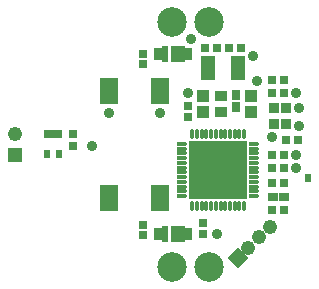
<source format=gts>
G04 Layer_Color=8388736*
%FSLAX25Y25*%
%MOIN*%
G70*
G01*
G75*
%ADD46R,0.03556X0.03753*%
%ADD47R,0.02769X0.03359*%
%ADD48R,0.03950X0.03753*%
%ADD49R,0.03359X0.02769*%
%ADD50R,0.02769X0.03162*%
%ADD51R,0.04343X0.03950*%
%ADD52R,0.03162X0.02769*%
%ADD53O,0.03359X0.01587*%
%ADD54O,0.01587X0.03359*%
%ADD55R,0.19304X0.19304*%
%ADD56R,0.04737X0.07887*%
%ADD57R,0.02965X0.03162*%
%ADD58R,0.05918X0.09068*%
%ADD59R,0.03359X0.03950*%
%ADD60R,0.04816X0.05288*%
%ADD61R,0.01981X0.05288*%
%ADD62R,0.02375X0.02926*%
%ADD63R,0.02276X0.02769*%
%ADD64C,0.09855*%
%ADD65C,0.04761*%
G04:AMPARAMS|DCode=66|XSize=47.59mil|YSize=47.61mil|CornerRadius=0mil|HoleSize=0mil|Usage=FLASHONLY|Rotation=45.000|XOffset=0mil|YOffset=0mil|HoleType=Round|Shape=Rectangle|*
%AMROTATEDRECTD66*
4,1,4,0.00001,-0.03366,-0.03366,0.00001,-0.00001,0.03366,0.03366,-0.00001,0.00001,-0.03366,0.0*
%
%ADD66ROTATEDRECTD66*%

%ADD67R,0.04761X0.04759*%
%ADD68C,0.03500*%
D46*
X31468Y6842D02*
D03*
Y12157D02*
D03*
X27531D02*
D03*
Y6842D02*
D03*
D47*
X15000Y12630D02*
D03*
Y16370D02*
D03*
D48*
X10000Y10842D02*
D03*
Y16158D02*
D03*
D49*
X27161Y-17500D02*
D03*
X30902D02*
D03*
D50*
X27063Y-22000D02*
D03*
X31000D02*
D03*
X30968Y21500D02*
D03*
X27031D02*
D03*
Y-3500D02*
D03*
X30968D02*
D03*
X27031Y-8000D02*
D03*
X30968D02*
D03*
X31000Y-13000D02*
D03*
X27063D02*
D03*
X27031Y17000D02*
D03*
X30968D02*
D03*
X31532Y1500D02*
D03*
X35469D02*
D03*
X8468Y32000D02*
D03*
X4532D02*
D03*
X12531Y32000D02*
D03*
X16468Y32000D02*
D03*
D51*
X20000Y16059D02*
D03*
X20000Y10941D02*
D03*
X4000Y16059D02*
D03*
X4000Y10941D02*
D03*
D52*
Y-29969D02*
D03*
Y-26032D02*
D03*
X-1000Y12968D02*
D03*
Y9031D02*
D03*
X-39500Y3469D02*
D03*
Y-469D02*
D03*
D53*
X-2909Y161D02*
D03*
Y-1413D02*
D03*
Y-2988D02*
D03*
Y-4563D02*
D03*
Y-6138D02*
D03*
Y-7713D02*
D03*
Y-9287D02*
D03*
Y-10862D02*
D03*
Y-12437D02*
D03*
Y-14012D02*
D03*
Y-15587D02*
D03*
Y-17161D02*
D03*
X20910D02*
D03*
Y-15587D02*
D03*
Y-14012D02*
D03*
Y-12437D02*
D03*
Y-10862D02*
D03*
Y-9287D02*
D03*
Y-7713D02*
D03*
Y-6138D02*
D03*
Y-4563D02*
D03*
Y-2988D02*
D03*
Y-1413D02*
D03*
Y161D02*
D03*
D54*
X339Y-20410D02*
D03*
X1913D02*
D03*
X3488D02*
D03*
X5063D02*
D03*
X6638D02*
D03*
X8213D02*
D03*
X9787D02*
D03*
X11362D02*
D03*
X12937D02*
D03*
X14512D02*
D03*
X16087D02*
D03*
X17661D02*
D03*
Y3409D02*
D03*
X16087D02*
D03*
X14512D02*
D03*
X12937D02*
D03*
X11362D02*
D03*
X9787D02*
D03*
X8213D02*
D03*
X6638D02*
D03*
X5063D02*
D03*
X3488D02*
D03*
X1913D02*
D03*
X339D02*
D03*
D55*
X9000Y-8500D02*
D03*
D56*
X5658Y25500D02*
D03*
X15500D02*
D03*
D57*
X-16000Y30173D02*
D03*
X-16000Y26827D02*
D03*
X-16000Y-30173D02*
D03*
Y-26827D02*
D03*
D58*
X-10535Y-17913D02*
D03*
Y17913D02*
D03*
X-27465Y-17913D02*
D03*
Y17913D02*
D03*
D59*
X-10648Y30000D02*
D03*
X-1258D02*
D03*
X-10648Y-30000D02*
D03*
X-1258D02*
D03*
D60*
X-4506Y30000D02*
D03*
Y-30000D02*
D03*
D61*
X-8876Y30000D02*
D03*
Y-30000D02*
D03*
D62*
X38900Y-11200D02*
D03*
D63*
X-44000Y3500D02*
D03*
X-45968D02*
D03*
X-47937D02*
D03*
X-44000Y-3193D02*
D03*
X-47937D02*
D03*
D64*
X5906Y-40945D02*
D03*
X-6299D02*
D03*
X5906Y40945D02*
D03*
X-6299D02*
D03*
D65*
X22571Y-30929D02*
D03*
X26107Y-27393D02*
D03*
X19036Y-34464D02*
D03*
X-58815Y3500D02*
D03*
D66*
X15500Y-38000D02*
D03*
D67*
X-58815Y-3500D02*
D03*
D68*
X27000Y2500D02*
D03*
X8500Y-30000D02*
D03*
X20500Y29500D02*
D03*
X-33000Y-500D02*
D03*
X-10500Y10500D02*
D03*
X-27500D02*
D03*
X-1000Y17000D02*
D03*
X35000D02*
D03*
X36000Y12000D02*
D03*
Y6000D02*
D03*
X35000Y-3500D02*
D03*
Y-8000D02*
D03*
X1913Y-1413D02*
D03*
X6638D02*
D03*
X11362D02*
D03*
X16087D02*
D03*
X1913Y-6138D02*
D03*
X6638Y-6138D02*
D03*
X11362D02*
D03*
X16087Y-6138D02*
D03*
X1913Y-10862D02*
D03*
X6638D02*
D03*
X11362D02*
D03*
X16087D02*
D03*
X1913Y-15587D02*
D03*
X6638D02*
D03*
X11362D02*
D03*
X16087D02*
D03*
X22000Y21000D02*
D03*
X0Y35000D02*
D03*
M02*

</source>
